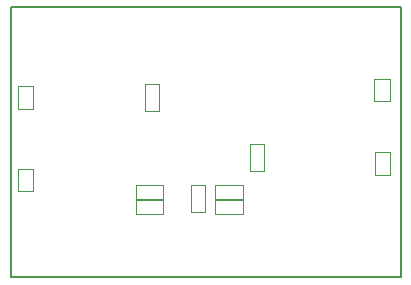
<source format=gbr>
%TF.GenerationSoftware,KiCad,Pcbnew,4.0.2-stable*%
%TF.CreationDate,2021-11-11T14:40:34-08:00*%
%TF.ProjectId,RS485,52533438352E6B696361645F70636200,rev?*%
%TF.FileFunction,Other,User*%
%FSLAX46Y46*%
G04 Gerber Fmt 4.6, Leading zero omitted, Abs format (unit mm)*
G04 Created by KiCad (PCBNEW 4.0.2-stable) date 11/11/2021 2:40:34 PM*
%MOMM*%
G01*
G04 APERTURE LIST*
%ADD10C,0.100000*%
%ADD11C,0.150000*%
%ADD12C,0.050000*%
G04 APERTURE END LIST*
D10*
D11*
X170180000Y-107950000D02*
X170180000Y-85090000D01*
X203200000Y-107950000D02*
X170180000Y-107950000D01*
X203200000Y-85090000D02*
X203200000Y-107950000D01*
X170180000Y-85090000D02*
X203200000Y-85090000D01*
D12*
X190408000Y-98940000D02*
X190408000Y-96640000D01*
X191608000Y-98940000D02*
X191608000Y-96640000D01*
X190408000Y-98940000D02*
X191608000Y-98940000D01*
X190408000Y-96640000D02*
X191608000Y-96640000D01*
X182718000Y-91560000D02*
X182718000Y-93860000D01*
X181518000Y-91560000D02*
X181518000Y-93860000D01*
X182718000Y-91560000D02*
X181518000Y-91560000D01*
X182718000Y-93860000D02*
X181518000Y-93860000D01*
X183077500Y-101311000D02*
X180777500Y-101311000D01*
X183077500Y-100111000D02*
X180777500Y-100111000D01*
X183077500Y-101311000D02*
X183077500Y-100111000D01*
X180777500Y-101311000D02*
X180777500Y-100111000D01*
X189808500Y-101311000D02*
X187508500Y-101311000D01*
X189808500Y-100111000D02*
X187508500Y-100111000D01*
X189808500Y-101311000D02*
X189808500Y-100111000D01*
X187508500Y-101311000D02*
X187508500Y-100111000D01*
X183077500Y-102581000D02*
X180777500Y-102581000D01*
X183077500Y-101381000D02*
X180777500Y-101381000D01*
X183077500Y-102581000D02*
X183077500Y-101381000D01*
X180777500Y-102581000D02*
X180777500Y-101381000D01*
X189808500Y-102581000D02*
X187508500Y-102581000D01*
X189808500Y-101381000D02*
X187508500Y-101381000D01*
X189808500Y-102581000D02*
X189808500Y-101381000D01*
X187508500Y-102581000D02*
X187508500Y-101381000D01*
X186655000Y-100132500D02*
X186655000Y-102432500D01*
X185455000Y-100132500D02*
X185455000Y-102432500D01*
X186655000Y-100132500D02*
X185455000Y-100132500D01*
X186655000Y-102432500D02*
X185455000Y-102432500D01*
X202262500Y-91125000D02*
X202262500Y-93025000D01*
X200962500Y-91125000D02*
X200962500Y-93025000D01*
X202262500Y-91125000D02*
X200962500Y-91125000D01*
X202262500Y-93025000D02*
X200962500Y-93025000D01*
X201026000Y-99248000D02*
X201026000Y-97348000D01*
X202326000Y-99248000D02*
X202326000Y-97348000D01*
X201026000Y-99248000D02*
X202326000Y-99248000D01*
X201026000Y-97348000D02*
X202326000Y-97348000D01*
X170800000Y-100645000D02*
X170800000Y-98745000D01*
X172100000Y-100645000D02*
X172100000Y-98745000D01*
X170800000Y-100645000D02*
X172100000Y-100645000D01*
X170800000Y-98745000D02*
X172100000Y-98745000D01*
X172100000Y-91760000D02*
X172100000Y-93660000D01*
X170800000Y-91760000D02*
X170800000Y-93660000D01*
X172100000Y-91760000D02*
X170800000Y-91760000D01*
X172100000Y-93660000D02*
X170800000Y-93660000D01*
M02*

</source>
